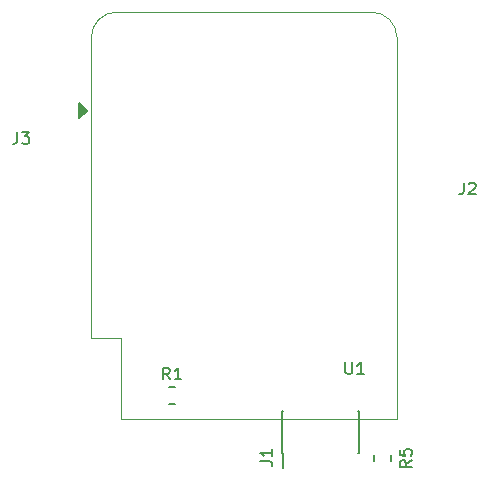
<source format=gbr>
G04 #@! TF.GenerationSoftware,KiCad,Pcbnew,5.1.5-52549c5~86~ubuntu16.04.1*
G04 #@! TF.CreationDate,2020-05-03T15:37:36+09:00*
G04 #@! TF.ProjectId,esp8266-cc2530,65737038-3236-4362-9d63-63323533302e,rev?*
G04 #@! TF.SameCoordinates,Original*
G04 #@! TF.FileFunction,Legend,Top*
G04 #@! TF.FilePolarity,Positive*
%FSLAX46Y46*%
G04 Gerber Fmt 4.6, Leading zero omitted, Abs format (unit mm)*
G04 Created by KiCad (PCBNEW 5.1.5-52549c5~86~ubuntu16.04.1) date 2020-05-03 15:37:36*
%MOMM*%
%LPD*%
G04 APERTURE LIST*
%ADD10C,0.120000*%
%ADD11C,0.150000*%
%ADD12C,0.200000*%
G04 APERTURE END LIST*
D10*
X93020000Y-22160000D02*
G75*
G02X95150000Y-24290000I0J-2130000D01*
G01*
X69290000Y-24290000D02*
G75*
G02X71420000Y-22160000I2130000J0D01*
G01*
X71830000Y-49720000D02*
X71830000Y-56620000D01*
X69290000Y-49720000D02*
X71830000Y-49720000D01*
D11*
G36*
X68250000Y-29865000D02*
G01*
X68250000Y-31135000D01*
X68885000Y-30500000D01*
X68250000Y-29865000D01*
G37*
X68250000Y-29865000D02*
X68250000Y-31135000D01*
X68885000Y-30500000D01*
X68250000Y-29865000D01*
D10*
X93030000Y-22160000D02*
X71420000Y-22160000D01*
X95150000Y-56620000D02*
X95150000Y-24290000D01*
X69290000Y-49720000D02*
X69290000Y-24290000D01*
X71830000Y-56620000D02*
X95150000Y-56620000D01*
D12*
X93240000Y-59678922D02*
X93240000Y-60196078D01*
X94660000Y-59678922D02*
X94660000Y-60196078D01*
X91870000Y-55935000D02*
X91935000Y-55935000D01*
X91870000Y-59465000D02*
X91935000Y-59465000D01*
X85465000Y-55935000D02*
X85530000Y-55935000D01*
X85465000Y-59465000D02*
X85530000Y-59465000D01*
X85530000Y-60790000D02*
X85530000Y-59465000D01*
X91935000Y-59465000D02*
X91935000Y-55935000D01*
X85465000Y-59465000D02*
X85465000Y-55935000D01*
X76371078Y-53890000D02*
X75853922Y-53890000D01*
X76371078Y-55310000D02*
X75853922Y-55310000D01*
X90788095Y-51802380D02*
X90788095Y-52611904D01*
X90835714Y-52707142D01*
X90883333Y-52754761D01*
X90978571Y-52802380D01*
X91169047Y-52802380D01*
X91264285Y-52754761D01*
X91311904Y-52707142D01*
X91359523Y-52611904D01*
X91359523Y-51802380D01*
X92359523Y-52802380D02*
X91788095Y-52802380D01*
X92073809Y-52802380D02*
X92073809Y-51802380D01*
X91978571Y-51945238D01*
X91883333Y-52040476D01*
X91788095Y-52088095D01*
X63016666Y-32302380D02*
X63016666Y-33016666D01*
X62969047Y-33159523D01*
X62873809Y-33254761D01*
X62730952Y-33302380D01*
X62635714Y-33302380D01*
X63397619Y-32302380D02*
X64016666Y-32302380D01*
X63683333Y-32683333D01*
X63826190Y-32683333D01*
X63921428Y-32730952D01*
X63969047Y-32778571D01*
X64016666Y-32873809D01*
X64016666Y-33111904D01*
X63969047Y-33207142D01*
X63921428Y-33254761D01*
X63826190Y-33302380D01*
X63540476Y-33302380D01*
X63445238Y-33254761D01*
X63397619Y-33207142D01*
X100816666Y-36602380D02*
X100816666Y-37316666D01*
X100769047Y-37459523D01*
X100673809Y-37554761D01*
X100530952Y-37602380D01*
X100435714Y-37602380D01*
X101245238Y-36697619D02*
X101292857Y-36650000D01*
X101388095Y-36602380D01*
X101626190Y-36602380D01*
X101721428Y-36650000D01*
X101769047Y-36697619D01*
X101816666Y-36792857D01*
X101816666Y-36888095D01*
X101769047Y-37030952D01*
X101197619Y-37602380D01*
X101816666Y-37602380D01*
X96402380Y-60116666D02*
X95926190Y-60450000D01*
X96402380Y-60688095D02*
X95402380Y-60688095D01*
X95402380Y-60307142D01*
X95450000Y-60211904D01*
X95497619Y-60164285D01*
X95592857Y-60116666D01*
X95735714Y-60116666D01*
X95830952Y-60164285D01*
X95878571Y-60211904D01*
X95926190Y-60307142D01*
X95926190Y-60688095D01*
X95402380Y-59211904D02*
X95402380Y-59688095D01*
X95878571Y-59735714D01*
X95830952Y-59688095D01*
X95783333Y-59592857D01*
X95783333Y-59354761D01*
X95830952Y-59259523D01*
X95878571Y-59211904D01*
X95973809Y-59164285D01*
X96211904Y-59164285D01*
X96307142Y-59211904D01*
X96354761Y-59259523D01*
X96402380Y-59354761D01*
X96402380Y-59592857D01*
X96354761Y-59688095D01*
X96307142Y-59735714D01*
X83602380Y-60183333D02*
X84316666Y-60183333D01*
X84459523Y-60230952D01*
X84554761Y-60326190D01*
X84602380Y-60469047D01*
X84602380Y-60564285D01*
X84602380Y-59183333D02*
X84602380Y-59754761D01*
X84602380Y-59469047D02*
X83602380Y-59469047D01*
X83745238Y-59564285D01*
X83840476Y-59659523D01*
X83888095Y-59754761D01*
X75945833Y-53252380D02*
X75612500Y-52776190D01*
X75374404Y-53252380D02*
X75374404Y-52252380D01*
X75755357Y-52252380D01*
X75850595Y-52300000D01*
X75898214Y-52347619D01*
X75945833Y-52442857D01*
X75945833Y-52585714D01*
X75898214Y-52680952D01*
X75850595Y-52728571D01*
X75755357Y-52776190D01*
X75374404Y-52776190D01*
X76898214Y-53252380D02*
X76326785Y-53252380D01*
X76612500Y-53252380D02*
X76612500Y-52252380D01*
X76517261Y-52395238D01*
X76422023Y-52490476D01*
X76326785Y-52538095D01*
M02*

</source>
